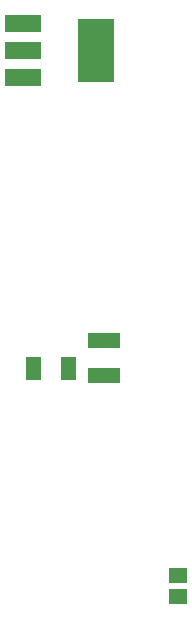
<source format=gbr>
G04 start of page 11 for group -4014 idx -4014 *
G04 Title: (unknown), bottompaste *
G04 Creator: pcb 20140316 *
G04 CreationDate: Tue 22 Dec 2015 03:43:44 PM GMT UTC *
G04 For: fosse *
G04 Format: Gerber/RS-274X *
G04 PCB-Dimensions (mil): 5250.00 5000.00 *
G04 PCB-Coordinate-Origin: lower left *
%MOIN*%
%FSLAX25Y25*%
%LNBOTTOMPASTE*%
%ADD95R,0.0512X0.0512*%
%ADD94R,0.1220X0.1220*%
%ADD93R,0.0560X0.0560*%
G54D93*X236300Y325600D02*X242900D01*
X236300Y334600D02*X242900D01*
X236300Y343700D02*X242900D01*
G54D94*X264000Y339100D02*Y330100D01*
G54D95*X243095Y229781D02*Y227419D01*
X254905Y229781D02*Y227419D01*
X263745Y226195D02*X269255D01*
X263745Y238005D02*X269255D01*
X291007Y152557D02*X291793D01*
X291007Y159643D02*X291793D01*
M02*

</source>
